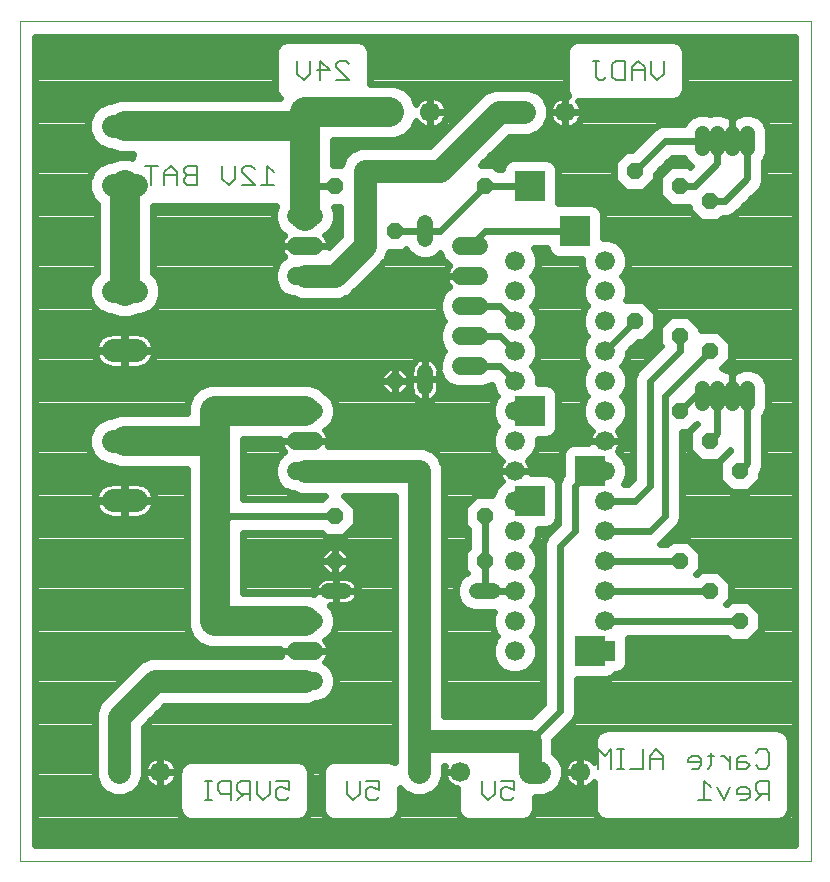
<source format=gtl>
G75*
G70*
%OFA0B0*%
%FSLAX24Y24*%
%IPPOS*%
%LPD*%
%AMOC8*
5,1,8,0,0,1.08239X$1,22.5*
%
%ADD10C,0.0000*%
%ADD11C,0.0060*%
%ADD12C,0.0780*%
%ADD13C,0.0600*%
%ADD14C,0.0669*%
%ADD15C,0.0500*%
%ADD16R,0.0660X0.0660*%
%ADD17C,0.0660*%
%ADD18OC8,0.0520*%
%ADD19C,0.0520*%
%ADD20C,0.0760*%
%ADD21C,0.0240*%
%ADD22C,0.1000*%
%ADD23R,0.1000X0.1000*%
D10*
X000720Y003220D02*
X027090Y003220D01*
X027090Y031216D01*
X000720Y031216D01*
X000720Y003220D01*
D11*
X009263Y005891D02*
X009690Y005891D01*
X009690Y005570D01*
X009476Y005677D01*
X009370Y005677D01*
X009263Y005570D01*
X009263Y005357D01*
X009370Y005250D01*
X009583Y005250D01*
X009690Y005357D01*
X009045Y005891D02*
X009045Y005464D01*
X008832Y005250D01*
X008618Y005464D01*
X008618Y005891D01*
X008401Y005250D02*
X008401Y005891D01*
X008081Y005891D01*
X007974Y005784D01*
X007974Y005570D01*
X008081Y005464D01*
X008401Y005464D01*
X008187Y005464D02*
X007974Y005250D01*
X007756Y005250D02*
X007756Y005891D01*
X007436Y005891D01*
X007329Y005784D01*
X007329Y005570D01*
X007436Y005464D01*
X007756Y005464D01*
X007112Y005250D02*
X006898Y005250D01*
X007005Y005250D02*
X007005Y005891D01*
X007112Y005891D02*
X006898Y005891D01*
X012263Y005891D02*
X012690Y005891D01*
X012690Y005570D01*
X012476Y005677D01*
X012370Y005677D01*
X012263Y005570D01*
X012263Y005357D01*
X012370Y005250D01*
X012583Y005250D01*
X012690Y005357D01*
X012045Y005891D02*
X012045Y005464D01*
X011832Y005250D01*
X011618Y005464D01*
X011618Y005891D01*
X016763Y005891D02*
X017190Y005891D01*
X017190Y005570D01*
X016976Y005677D01*
X016870Y005677D01*
X016763Y005570D01*
X016763Y005357D01*
X016870Y005250D01*
X017083Y005250D01*
X017190Y005357D01*
X016545Y005891D02*
X016545Y005464D01*
X016332Y005250D01*
X016118Y005464D01*
X016118Y005891D01*
X022190Y029891D02*
X022190Y029464D01*
X021976Y029250D01*
X021763Y029464D01*
X021763Y029891D01*
X021545Y029250D02*
X021545Y029677D01*
X021332Y029891D01*
X021118Y029677D01*
X021118Y029250D01*
X021118Y029570D02*
X021545Y029570D01*
X020901Y029891D02*
X020901Y029250D01*
X020581Y029250D01*
X020474Y029357D01*
X020474Y029784D01*
X020581Y029891D01*
X020901Y029891D01*
X020256Y029357D02*
X020150Y029250D01*
X020043Y029250D01*
X019936Y029357D01*
X019936Y029891D01*
X020043Y029891D02*
X019829Y029891D01*
X011263Y029250D02*
X011690Y029250D01*
X011263Y029677D01*
X011263Y029784D01*
X011370Y029891D01*
X011583Y029891D01*
X011690Y029784D01*
X010725Y029250D02*
X010725Y029891D01*
X011045Y029570D01*
X010618Y029570D01*
X010401Y029891D02*
X010401Y029464D01*
X010187Y029250D01*
X009974Y029464D01*
X009974Y029891D01*
X025263Y006834D02*
X025370Y006941D01*
X025583Y006941D01*
X025690Y006834D01*
X025690Y006407D01*
X025583Y006300D01*
X025370Y006300D01*
X025263Y006407D01*
X024939Y006727D02*
X024725Y006727D01*
X024618Y006620D01*
X024618Y006300D01*
X024939Y006300D01*
X025045Y006407D01*
X024939Y006514D01*
X024618Y006514D01*
X024401Y006300D02*
X024401Y006727D01*
X024401Y006514D02*
X024187Y006727D01*
X024081Y006727D01*
X023757Y006834D02*
X023757Y006407D01*
X023650Y006300D01*
X023650Y006727D02*
X023864Y006727D01*
X023114Y006300D02*
X023327Y006300D01*
X023434Y006407D01*
X023434Y006620D01*
X023327Y006727D01*
X023114Y006727D01*
X023007Y006620D01*
X023007Y006514D01*
X023434Y006514D01*
X022145Y006300D02*
X022145Y006727D01*
X021931Y006941D01*
X021718Y006727D01*
X021718Y006300D01*
X021718Y006620D02*
X022145Y006620D01*
X021500Y006941D02*
X021500Y006300D01*
X021073Y006300D01*
X020856Y006300D02*
X020642Y006300D01*
X020749Y006300D02*
X020749Y006941D01*
X020856Y006941D02*
X020642Y006941D01*
X020426Y006300D02*
X020426Y006941D01*
X020213Y006727D01*
X019999Y006941D01*
X019999Y006300D01*
X025690Y005250D02*
X025690Y005891D01*
X025370Y005891D01*
X025263Y005784D01*
X025263Y005570D01*
X025370Y005464D01*
X025690Y005464D01*
X025476Y005464D02*
X025263Y005250D01*
X024725Y005250D02*
X024939Y005250D01*
X025045Y005357D01*
X025045Y005570D01*
X024939Y005677D01*
X024725Y005677D01*
X024618Y005570D01*
X024618Y005464D01*
X025045Y005464D01*
X024401Y005677D02*
X024187Y005250D01*
X023974Y005677D01*
X023756Y005677D02*
X023543Y005891D01*
X023543Y005250D01*
X023756Y005250D02*
X023329Y005250D01*
X009190Y026177D02*
X008976Y026391D01*
X008976Y025750D01*
X008763Y025750D02*
X009190Y025750D01*
X008118Y025750D02*
X008545Y025750D01*
X008118Y026177D01*
X008118Y026284D01*
X008225Y026391D01*
X008439Y026391D01*
X008545Y026284D01*
X007901Y026391D02*
X007901Y025964D01*
X007687Y025750D01*
X007474Y025964D01*
X007474Y026391D01*
X006612Y025750D02*
X006612Y026391D01*
X006292Y026391D01*
X006185Y026284D01*
X006185Y026177D01*
X006292Y026070D01*
X006185Y025964D01*
X006185Y025857D01*
X006292Y025750D01*
X006612Y025750D01*
X006612Y026070D02*
X006292Y026070D01*
X005967Y025750D02*
X005967Y026177D01*
X005754Y026391D01*
X005540Y026177D01*
X005540Y025750D01*
X005540Y026070D02*
X005967Y026070D01*
X005109Y025750D02*
X005109Y026391D01*
X004896Y026391D02*
X005323Y026391D01*
D12*
X004610Y027710D02*
X003830Y027710D01*
X003830Y025740D02*
X004610Y025740D01*
X004610Y022210D02*
X003830Y022210D01*
X003830Y020240D02*
X004610Y020240D01*
X004610Y017210D02*
X003830Y017210D01*
X003830Y015240D02*
X004610Y015240D01*
D13*
X009920Y018220D02*
X010520Y018220D01*
X010520Y017220D02*
X009920Y017220D01*
X009920Y016220D02*
X010520Y016220D01*
X010520Y011220D02*
X009920Y011220D01*
X009920Y010220D02*
X010520Y010220D01*
X010520Y009220D02*
X009920Y009220D01*
X009920Y024720D02*
X010520Y024720D01*
X010520Y023720D02*
X009920Y023720D01*
X009920Y022720D02*
X010520Y022720D01*
X015420Y019720D02*
X016020Y019720D01*
X016020Y020720D02*
X015420Y020720D01*
X015420Y021720D02*
X016020Y021720D01*
X016020Y022720D02*
X015420Y022720D01*
X015420Y023720D02*
X016020Y023720D01*
D14*
X017531Y028181D03*
X018909Y028181D03*
X004031Y006181D03*
X005409Y006181D03*
X018031Y006181D03*
X019409Y006181D03*
X014031Y006181D03*
X015409Y006181D03*
X013031Y028181D03*
X014409Y028181D03*
D15*
X024470Y018970D02*
X024470Y018470D01*
X024970Y018470D02*
X024970Y018970D01*
X023970Y018970D02*
X023970Y018470D01*
X023470Y018470D02*
X023470Y018970D01*
X024470Y026970D02*
X024470Y027470D01*
X024970Y027470D02*
X024970Y026970D01*
X023970Y026970D02*
X023970Y027470D01*
X023470Y027470D02*
X023470Y026970D01*
D16*
X020220Y010220D03*
D17*
X020220Y011220D03*
X020220Y012220D03*
X020220Y013220D03*
X020220Y014220D03*
X020220Y015220D03*
X020220Y016220D03*
X020220Y017220D03*
X020220Y018220D03*
X020220Y019220D03*
X020220Y020220D03*
X020220Y021220D03*
X020220Y022220D03*
X020220Y023220D03*
X017220Y023220D03*
X017220Y022220D03*
X017220Y021220D03*
X017220Y020220D03*
X017220Y019220D03*
X017220Y018220D03*
X017220Y017220D03*
X017220Y016220D03*
X017220Y015220D03*
X017220Y014220D03*
X017220Y013220D03*
X017220Y012220D03*
X017220Y011220D03*
X017220Y010220D03*
D18*
X024720Y011220D03*
X024720Y016220D03*
X023720Y012220D03*
X023720Y017220D03*
X022720Y013220D03*
X022720Y018220D03*
X023720Y020220D03*
X023720Y025220D03*
X022720Y020720D03*
X022720Y025720D03*
X021220Y021220D03*
X021220Y026220D03*
X016220Y025720D03*
X011220Y025720D03*
X016220Y014720D03*
X011220Y014720D03*
X011220Y013220D03*
X016220Y013220D03*
X013220Y019220D03*
X013220Y024220D03*
D19*
X014220Y024480D02*
X014220Y023960D01*
X014220Y019530D02*
X014220Y019010D01*
X015960Y012220D02*
X016480Y012220D01*
X011530Y012220D02*
X011010Y012220D01*
D20*
X010220Y016220D02*
X014031Y016220D01*
X014031Y007220D01*
X014031Y006181D01*
X018031Y006181D02*
X017720Y006181D01*
X017720Y007220D01*
X014031Y007220D01*
X004031Y006181D02*
X004031Y008031D01*
X005220Y009220D01*
X010220Y009220D01*
X012220Y023720D02*
X011220Y022720D01*
X010220Y022720D01*
X017531Y028181D02*
X016681Y028181D01*
X014720Y026220D01*
X012220Y026220D01*
X012220Y023720D01*
D21*
X020220Y016220D02*
X019720Y016220D01*
X019220Y015720D01*
X019220Y014220D01*
X018720Y013720D01*
X018720Y008220D01*
X017720Y007220D01*
X024470Y018720D02*
X024470Y020470D01*
X024470Y027220D02*
X024470Y028470D01*
X008160Y017280D02*
X009403Y017280D01*
X009400Y017261D01*
X009400Y017220D01*
X010220Y017220D01*
X010220Y017220D01*
X009400Y017220D01*
X009400Y017179D01*
X009413Y017098D01*
X009438Y017020D01*
X009475Y016947D01*
X009523Y016881D01*
X009541Y016864D01*
X009501Y016847D01*
X009293Y016639D01*
X009180Y016367D01*
X009180Y016073D01*
X009293Y015801D01*
X009501Y015593D01*
X009773Y015480D01*
X009864Y015480D01*
X010057Y015400D01*
X010910Y015400D01*
X010790Y015280D01*
X008160Y015280D01*
X008160Y017280D01*
X011040Y023720D02*
X010220Y023720D01*
X010220Y023720D01*
X011040Y023720D01*
X011040Y023761D01*
X011027Y023842D01*
X011002Y023920D01*
X010965Y023993D01*
X010917Y024059D01*
X010902Y024073D01*
X010910Y024081D01*
X010939Y024093D01*
X011147Y024301D01*
X011260Y024573D01*
X011260Y024867D01*
X011197Y025020D01*
X011400Y025020D01*
X011400Y024060D01*
X011040Y023700D01*
X011040Y023720D01*
X026570Y030696D02*
X026570Y003740D01*
X001240Y003740D01*
X001240Y030696D01*
X026570Y030696D01*
X023010Y026420D02*
X022430Y026420D01*
X022020Y026010D01*
X022020Y025430D01*
X022430Y025020D01*
X023010Y025020D01*
X023020Y025030D01*
X023020Y024930D01*
X023430Y024520D01*
X024010Y024520D01*
X024150Y024660D01*
X024331Y024660D01*
X024537Y024745D01*
X024695Y024903D01*
X025445Y025653D01*
X025530Y025859D01*
X025530Y026554D01*
X025555Y026579D01*
X025660Y026833D01*
X025660Y027607D01*
X025555Y027861D01*
X025361Y028055D01*
X025107Y028160D01*
X024833Y028160D01*
X024579Y028055D01*
X024470Y027946D01*
X024361Y028055D01*
X024107Y028160D01*
X023833Y028160D01*
X023720Y028113D01*
X023607Y028160D01*
X023333Y028160D01*
X023079Y028055D01*
X022885Y027861D01*
X022852Y027780D01*
X022109Y027780D01*
X021903Y027695D01*
X021745Y027537D01*
X021128Y026920D01*
X020930Y026920D01*
X020520Y026510D01*
X020520Y025930D01*
X020930Y025520D01*
X021510Y025520D01*
X021920Y025930D01*
X021920Y026128D01*
X022452Y026660D01*
X022852Y026660D01*
X022885Y026579D01*
X023079Y026385D01*
X023089Y026381D01*
X023069Y026361D01*
X023010Y026420D01*
X019365Y005626D02*
X019409Y005626D01*
X019409Y006181D01*
X019409Y006181D01*
X019409Y005626D01*
X019453Y005626D01*
X019539Y005640D01*
X019622Y005667D01*
X019700Y005706D01*
X019770Y005758D01*
X019832Y005819D01*
X019860Y005858D01*
X019860Y004969D01*
X019863Y004935D01*
X019868Y004901D01*
X019876Y004867D01*
X019887Y004834D01*
X019900Y004802D01*
X019916Y004772D01*
X019934Y004742D01*
X019954Y004714D01*
X019976Y004688D01*
X020001Y004663D01*
X020027Y004641D01*
X020055Y004621D01*
X020085Y004602D01*
X020115Y004587D01*
X020147Y004574D01*
X020180Y004563D01*
X020214Y004555D01*
X020248Y004549D01*
X020283Y004547D01*
X025971Y004547D01*
X026005Y004549D01*
X026039Y004555D01*
X026073Y004563D01*
X026106Y004574D01*
X026138Y004587D01*
X026168Y004602D01*
X026198Y004621D01*
X026226Y004641D01*
X026252Y004663D01*
X026277Y004688D01*
X026299Y004714D01*
X026319Y004742D01*
X026338Y004772D01*
X026353Y004802D01*
X026366Y004834D01*
X026377Y004867D01*
X026385Y004901D01*
X026391Y004935D01*
X026393Y004969D01*
X026393Y007221D01*
X026391Y007255D01*
X026385Y007289D01*
X026377Y007323D01*
X026366Y007356D01*
X026353Y007388D01*
X026338Y007418D01*
X026319Y007448D01*
X026299Y007476D01*
X026277Y007502D01*
X026252Y007527D01*
X026226Y007549D01*
X026198Y007569D01*
X026168Y007588D01*
X026138Y007603D01*
X026106Y007616D01*
X026073Y007627D01*
X026039Y007635D01*
X026005Y007641D01*
X025971Y007643D01*
X020283Y007643D01*
X020248Y007641D01*
X020214Y007635D01*
X020180Y007627D01*
X020147Y007616D01*
X020115Y007603D01*
X020085Y007588D01*
X020055Y007569D01*
X020027Y007549D01*
X020001Y007527D01*
X019976Y007502D01*
X019954Y007476D01*
X019934Y007448D01*
X019916Y007418D01*
X019900Y007388D01*
X019887Y007356D01*
X019876Y007323D01*
X019868Y007289D01*
X019863Y007255D01*
X019860Y007221D01*
X019860Y006504D01*
X019832Y006542D01*
X019770Y006604D01*
X019700Y006655D01*
X019622Y006695D01*
X019539Y006722D01*
X019453Y006735D01*
X019409Y006735D01*
X019409Y006181D01*
X019409Y006181D01*
X019409Y006735D01*
X019365Y006735D01*
X019279Y006722D01*
X019196Y006695D01*
X019118Y006655D01*
X019048Y006604D01*
X018986Y006542D01*
X018935Y006471D01*
X018895Y006394D01*
X018868Y006311D01*
X018854Y006224D01*
X018854Y006181D01*
X019409Y006181D01*
X019409Y006181D01*
X018854Y006181D01*
X018854Y006137D01*
X018868Y006051D01*
X018895Y005968D01*
X018935Y005890D01*
X018986Y005819D01*
X019048Y005758D01*
X019118Y005706D01*
X019196Y005667D01*
X019279Y005640D01*
X019365Y005626D01*
X005365Y005626D02*
X005409Y005626D01*
X005409Y006181D01*
X005409Y006181D01*
X005409Y005626D01*
X005453Y005626D01*
X005539Y005640D01*
X005622Y005667D01*
X005700Y005706D01*
X005770Y005758D01*
X005832Y005819D01*
X005883Y005890D01*
X005923Y005968D01*
X005950Y006051D01*
X005964Y006137D01*
X005964Y006181D01*
X005409Y006181D01*
X005409Y006181D01*
X005964Y006181D01*
X005964Y006224D01*
X005950Y006311D01*
X005923Y006394D01*
X005883Y006471D01*
X005832Y006542D01*
X005770Y006604D01*
X005700Y006655D01*
X005622Y006695D01*
X005539Y006722D01*
X005453Y006735D01*
X005409Y006735D01*
X005409Y006181D01*
X005409Y006181D01*
X005409Y006735D01*
X005365Y006735D01*
X005279Y006722D01*
X005196Y006695D01*
X005118Y006655D01*
X005048Y006604D01*
X004986Y006542D01*
X004935Y006471D01*
X004895Y006394D01*
X004868Y006311D01*
X004854Y006224D01*
X004854Y006181D01*
X005409Y006181D01*
X005409Y006181D01*
X004854Y006181D01*
X004854Y006137D01*
X004868Y006051D01*
X004895Y005968D01*
X004935Y005890D01*
X004986Y005819D01*
X005048Y005758D01*
X005118Y005706D01*
X005196Y005667D01*
X005279Y005640D01*
X005365Y005626D01*
X005220Y015192D02*
X005220Y015230D01*
X004230Y015230D01*
X004230Y015250D01*
X005220Y015250D01*
X005220Y015288D01*
X005205Y015383D01*
X005175Y015474D01*
X005132Y015560D01*
X005075Y015637D01*
X005007Y015705D01*
X004930Y015762D01*
X004844Y015805D01*
X004753Y015835D01*
X004658Y015850D01*
X004230Y015850D01*
X004230Y015250D01*
X004210Y015250D01*
X004210Y015850D01*
X003782Y015850D01*
X003687Y015835D01*
X003596Y015805D01*
X003510Y015762D01*
X003433Y015705D01*
X003365Y015637D01*
X003308Y015560D01*
X003265Y015474D01*
X003235Y015383D01*
X003220Y015288D01*
X003220Y015250D01*
X004210Y015250D01*
X004210Y015230D01*
X003220Y015230D01*
X003220Y015192D01*
X003235Y015097D01*
X003265Y015006D01*
X003308Y014920D01*
X003365Y014843D01*
X003433Y014775D01*
X003510Y014718D01*
X003596Y014675D01*
X003687Y014645D01*
X003782Y014630D01*
X004210Y014630D01*
X004210Y015230D01*
X004230Y015230D01*
X004230Y014630D01*
X004658Y014630D01*
X004753Y014645D01*
X004844Y014675D01*
X004930Y014718D01*
X005007Y014775D01*
X005075Y014843D01*
X005132Y014920D01*
X005175Y015006D01*
X005205Y015097D01*
X005220Y015192D01*
X006010Y006171D02*
X006010Y004969D01*
X006013Y004935D01*
X006019Y004901D01*
X006027Y004867D01*
X006037Y004834D01*
X006051Y004802D01*
X006066Y004772D01*
X006084Y004742D01*
X006105Y004714D01*
X006127Y004688D01*
X006152Y004663D01*
X006178Y004641D01*
X006206Y004621D01*
X006235Y004602D01*
X006266Y004587D01*
X006298Y004574D01*
X006331Y004563D01*
X006365Y004555D01*
X006399Y004549D01*
X006433Y004547D01*
X009971Y004547D01*
X010005Y004549D01*
X010039Y004555D01*
X010073Y004563D01*
X010106Y004574D01*
X010138Y004587D01*
X010168Y004602D01*
X010198Y004621D01*
X010226Y004641D01*
X010252Y004663D01*
X010277Y004688D01*
X010299Y004714D01*
X010319Y004742D01*
X010338Y004772D01*
X010353Y004802D01*
X010366Y004834D01*
X010377Y004867D01*
X010385Y004901D01*
X010391Y004935D01*
X010393Y004969D01*
X010393Y006171D01*
X010391Y006205D01*
X010385Y006239D01*
X010377Y006273D01*
X010366Y006306D01*
X010353Y006338D01*
X010338Y006368D01*
X010319Y006398D01*
X010299Y006426D01*
X010277Y006452D01*
X010252Y006477D01*
X010226Y006499D01*
X010198Y006519D01*
X010168Y006538D01*
X010138Y006553D01*
X010106Y006566D01*
X010073Y006577D01*
X010039Y006585D01*
X010005Y006591D01*
X009971Y006593D01*
X006433Y006593D01*
X006399Y006591D01*
X006365Y006585D01*
X006331Y006577D01*
X006298Y006566D01*
X006266Y006553D01*
X006235Y006538D01*
X006206Y006519D01*
X006178Y006499D01*
X006152Y006477D01*
X006127Y006452D01*
X006105Y006426D01*
X006084Y006398D01*
X006066Y006368D01*
X006051Y006338D01*
X006037Y006306D01*
X006027Y006273D01*
X006019Y006239D01*
X006013Y006205D01*
X006010Y006171D01*
X005220Y020192D02*
X005220Y020230D01*
X004230Y020230D01*
X004230Y020250D01*
X005220Y020250D01*
X005220Y020288D01*
X005205Y020383D01*
X005175Y020474D01*
X005132Y020560D01*
X005075Y020637D01*
X005007Y020705D01*
X004930Y020762D01*
X004844Y020805D01*
X004753Y020835D01*
X004658Y020850D01*
X004230Y020850D01*
X004230Y020250D01*
X004210Y020250D01*
X004210Y020850D01*
X003782Y020850D01*
X003687Y020835D01*
X003596Y020805D01*
X003510Y020762D01*
X003433Y020705D01*
X003365Y020637D01*
X003308Y020560D01*
X003265Y020474D01*
X003235Y020383D01*
X003220Y020288D01*
X003220Y020250D01*
X004210Y020250D01*
X004210Y020230D01*
X003220Y020230D01*
X003220Y020192D01*
X003235Y020097D01*
X003265Y020006D01*
X003308Y019920D01*
X003365Y019843D01*
X003433Y019775D01*
X003510Y019718D01*
X003596Y019675D01*
X003687Y019645D01*
X003782Y019630D01*
X004210Y019630D01*
X004210Y020230D01*
X004230Y020230D01*
X004230Y019630D01*
X004658Y019630D01*
X004753Y019645D01*
X004844Y019675D01*
X004930Y019718D01*
X005007Y019775D01*
X005075Y019843D01*
X005132Y019920D01*
X005175Y020006D01*
X005205Y020097D01*
X005220Y020192D01*
X018865Y027626D02*
X018909Y027626D01*
X018909Y028181D01*
X018909Y028181D01*
X018909Y027626D01*
X018953Y027626D01*
X019039Y027640D01*
X019122Y027667D01*
X019200Y027706D01*
X019270Y027758D01*
X019332Y027819D01*
X019383Y027890D01*
X019423Y027968D01*
X019450Y028051D01*
X019464Y028137D01*
X019464Y028181D01*
X018909Y028181D01*
X018909Y028181D01*
X019464Y028181D01*
X019464Y028224D01*
X019450Y028311D01*
X019423Y028394D01*
X019383Y028471D01*
X019332Y028542D01*
X019326Y028548D01*
X019341Y028547D01*
X022471Y028547D01*
X022505Y028549D01*
X022539Y028555D01*
X022573Y028563D01*
X022606Y028574D01*
X022638Y028587D01*
X022668Y028602D01*
X022698Y028621D01*
X022726Y028641D01*
X022752Y028663D01*
X022777Y028688D01*
X022799Y028714D01*
X022819Y028742D01*
X022838Y028772D01*
X022853Y028802D01*
X022866Y028834D01*
X022877Y028867D01*
X022885Y028901D01*
X022891Y028935D01*
X022893Y028969D01*
X022893Y030171D01*
X022891Y030205D01*
X022885Y030239D01*
X022877Y030273D01*
X022866Y030306D01*
X022853Y030338D01*
X022838Y030368D01*
X022819Y030398D01*
X022799Y030426D01*
X022777Y030452D01*
X022752Y030477D01*
X022726Y030499D01*
X022698Y030519D01*
X022668Y030538D01*
X022638Y030553D01*
X022606Y030566D01*
X022573Y030577D01*
X022539Y030585D01*
X022505Y030591D01*
X022471Y030593D01*
X019341Y030593D01*
X019306Y030591D01*
X019272Y030585D01*
X019239Y030577D01*
X019206Y030566D01*
X019174Y030553D01*
X019143Y030538D01*
X019113Y030519D01*
X019085Y030499D01*
X019059Y030477D01*
X019035Y030452D01*
X019012Y030426D01*
X018992Y030398D01*
X018974Y030368D01*
X018958Y030338D01*
X018945Y030306D01*
X018934Y030273D01*
X018926Y030239D01*
X018921Y030205D01*
X018918Y030171D01*
X018918Y028969D01*
X018921Y028935D01*
X018926Y028901D01*
X018934Y028867D01*
X018945Y028834D01*
X018958Y028802D01*
X018974Y028772D01*
X018992Y028742D01*
X019003Y028727D01*
X018953Y028735D01*
X018909Y028735D01*
X018909Y028181D01*
X018909Y028181D01*
X018909Y028735D01*
X018865Y028735D01*
X018779Y028722D01*
X018696Y028695D01*
X018618Y028655D01*
X018548Y028604D01*
X018486Y028542D01*
X018435Y028471D01*
X018395Y028394D01*
X018368Y028311D01*
X018354Y028224D01*
X018354Y028181D01*
X018909Y028181D01*
X018909Y028181D01*
X018354Y028181D01*
X018354Y028137D01*
X018368Y028051D01*
X018395Y027968D01*
X018435Y027890D01*
X018486Y027819D01*
X018548Y027758D01*
X018618Y027706D01*
X018696Y027667D01*
X018779Y027640D01*
X018865Y027626D01*
X011220Y013700D02*
X011220Y013220D01*
X011220Y013220D01*
X011220Y013700D01*
X011021Y013700D01*
X010740Y013419D01*
X010740Y013220D01*
X011220Y013220D01*
X011220Y013220D01*
X010740Y013220D01*
X010740Y013021D01*
X011021Y012740D01*
X011220Y012740D01*
X011220Y013220D01*
X011220Y013220D01*
X011220Y012740D01*
X011419Y012740D01*
X011700Y013021D01*
X011700Y013220D01*
X011220Y013220D01*
X011220Y013220D01*
X011700Y013220D01*
X011700Y013419D01*
X011419Y013700D01*
X011220Y013700D01*
X013021Y018740D02*
X013220Y018740D01*
X013220Y019220D01*
X013220Y019220D01*
X013220Y018740D01*
X013419Y018740D01*
X013700Y019021D01*
X013700Y019220D01*
X013220Y019220D01*
X013220Y019220D01*
X013700Y019220D01*
X013700Y019419D01*
X013419Y019700D01*
X013220Y019700D01*
X013220Y019220D01*
X013220Y019220D01*
X013220Y019700D01*
X013021Y019700D01*
X012740Y019419D01*
X012740Y019220D01*
X013220Y019220D01*
X013220Y019220D01*
X012740Y019220D01*
X012740Y019021D01*
X013021Y018740D01*
X010530Y012258D02*
X010530Y012220D01*
X011270Y012220D01*
X011270Y012220D01*
X010530Y012220D01*
X010530Y012182D01*
X010542Y012108D01*
X010543Y012104D01*
X010407Y012160D01*
X008160Y012160D01*
X008160Y014160D01*
X010790Y014160D01*
X010930Y014020D01*
X011510Y014020D01*
X011920Y014430D01*
X011920Y015010D01*
X011530Y015400D01*
X013211Y015400D01*
X013211Y006510D01*
X013198Y006519D01*
X013168Y006538D01*
X013138Y006553D01*
X013106Y006566D01*
X013073Y006577D01*
X013039Y006585D01*
X013005Y006591D01*
X012971Y006593D01*
X011208Y006593D01*
X011173Y006591D01*
X011139Y006585D01*
X011106Y006577D01*
X011073Y006566D01*
X011041Y006553D01*
X011010Y006538D01*
X010980Y006519D01*
X010952Y006499D01*
X010926Y006477D01*
X010902Y006452D01*
X010879Y006426D01*
X010859Y006398D01*
X010841Y006368D01*
X010825Y006338D01*
X010812Y006306D01*
X010801Y006273D01*
X010793Y006239D01*
X010788Y006205D01*
X010785Y006171D01*
X010785Y004969D01*
X010788Y004935D01*
X010793Y004901D01*
X010801Y004867D01*
X010812Y004834D01*
X010825Y004802D01*
X010841Y004772D01*
X010859Y004742D01*
X010879Y004714D01*
X010902Y004688D01*
X010926Y004663D01*
X010952Y004641D01*
X010980Y004621D01*
X011010Y004602D01*
X011041Y004587D01*
X011073Y004574D01*
X011106Y004563D01*
X011139Y004555D01*
X011173Y004549D01*
X011208Y004547D01*
X012971Y004547D01*
X013005Y004549D01*
X013039Y004555D01*
X013073Y004563D01*
X013106Y004574D01*
X013138Y004587D01*
X013168Y004602D01*
X013198Y004621D01*
X013226Y004641D01*
X013252Y004663D01*
X013277Y004688D01*
X013299Y004714D01*
X013319Y004742D01*
X013338Y004772D01*
X013353Y004802D01*
X013366Y004834D01*
X013377Y004867D01*
X013385Y004901D01*
X013391Y004935D01*
X013393Y004969D01*
X013393Y005659D01*
X013567Y005485D01*
X013868Y005361D01*
X014194Y005361D01*
X014496Y005485D01*
X014726Y005716D01*
X014851Y006018D01*
X014851Y006400D01*
X014898Y006400D01*
X014895Y006394D01*
X014868Y006311D01*
X014854Y006224D01*
X014854Y006181D01*
X015286Y006181D01*
X015286Y006181D01*
X014854Y006181D01*
X014854Y006137D01*
X014868Y006051D01*
X014895Y005968D01*
X014935Y005890D01*
X014986Y005819D01*
X015048Y005758D01*
X015118Y005706D01*
X015196Y005667D01*
X015279Y005640D01*
X015285Y005639D01*
X015285Y004969D01*
X015288Y004935D01*
X015293Y004901D01*
X015301Y004867D01*
X015312Y004834D01*
X015325Y004802D01*
X015341Y004772D01*
X015359Y004742D01*
X015379Y004714D01*
X015402Y004688D01*
X015426Y004663D01*
X015452Y004641D01*
X015480Y004621D01*
X015510Y004602D01*
X015541Y004587D01*
X015573Y004574D01*
X015606Y004563D01*
X015639Y004555D01*
X015673Y004549D01*
X015708Y004547D01*
X017471Y004547D01*
X017505Y004549D01*
X017539Y004555D01*
X017573Y004563D01*
X017606Y004574D01*
X017638Y004587D01*
X017668Y004602D01*
X017698Y004621D01*
X017726Y004641D01*
X017752Y004663D01*
X017777Y004688D01*
X017799Y004714D01*
X017819Y004742D01*
X017838Y004772D01*
X017853Y004802D01*
X017866Y004834D01*
X017877Y004867D01*
X017885Y004901D01*
X017891Y004935D01*
X017893Y004969D01*
X017893Y005361D01*
X018194Y005361D01*
X018496Y005485D01*
X018726Y005716D01*
X018851Y006018D01*
X018851Y006344D01*
X018726Y006645D01*
X018540Y006831D01*
X018540Y007248D01*
X019195Y007903D01*
X019280Y008109D01*
X019280Y009280D01*
X020308Y009280D01*
X020469Y009347D01*
X020572Y009450D01*
X020638Y009450D01*
X020799Y009517D01*
X020923Y009641D01*
X020990Y009802D01*
X020990Y010638D01*
X020981Y010660D01*
X024290Y010660D01*
X024430Y010520D01*
X025010Y010520D01*
X025420Y010930D01*
X025420Y011510D01*
X025010Y011920D01*
X024430Y011920D01*
X024290Y011780D01*
X024270Y011780D01*
X024420Y011930D01*
X024420Y012510D01*
X024010Y012920D01*
X023430Y012920D01*
X023290Y012780D01*
X023270Y012780D01*
X023420Y012930D01*
X023420Y013510D01*
X023010Y013920D01*
X022430Y013920D01*
X022290Y013780D01*
X022072Y013780D01*
X022537Y014245D01*
X022695Y014403D01*
X022780Y014609D01*
X022780Y017520D01*
X023010Y017520D01*
X023288Y017798D01*
X023303Y017793D01*
X023020Y017510D01*
X023020Y016930D01*
X023430Y016520D01*
X024010Y016520D01*
X024410Y016920D01*
X024410Y016900D01*
X024020Y016510D01*
X024020Y015930D01*
X024430Y015520D01*
X025010Y015520D01*
X025420Y015930D01*
X025420Y016128D01*
X025445Y016153D01*
X025530Y016359D01*
X025530Y018054D01*
X025555Y018079D01*
X025660Y018333D01*
X025660Y019107D01*
X025555Y019361D01*
X025361Y019555D01*
X025107Y019660D01*
X024833Y019660D01*
X024579Y019555D01*
X024470Y019446D01*
X024361Y019555D01*
X024137Y019647D01*
X024420Y019930D01*
X024420Y020510D01*
X024010Y020920D01*
X023430Y020920D01*
X023420Y020910D01*
X023420Y021010D01*
X023010Y021420D01*
X022430Y021420D01*
X022020Y021010D01*
X022020Y020430D01*
X022079Y020371D01*
X021245Y019537D01*
X021160Y019331D01*
X021160Y015952D01*
X020988Y015780D01*
X020869Y015780D01*
X020873Y015784D01*
X020990Y016067D01*
X020990Y016373D01*
X020873Y016656D01*
X020656Y016873D01*
X020650Y016876D01*
X020690Y016932D01*
X020730Y017009D01*
X020756Y017091D01*
X020770Y017177D01*
X020770Y017220D01*
X020220Y017220D01*
X020220Y017220D01*
X020770Y017220D01*
X020770Y017263D01*
X020756Y017349D01*
X020730Y017431D01*
X020690Y017508D01*
X020650Y017564D01*
X020656Y017567D01*
X020873Y017784D01*
X020990Y018067D01*
X020990Y018373D01*
X020873Y018656D01*
X020809Y018720D01*
X020873Y018784D01*
X020990Y019067D01*
X020990Y019373D01*
X020873Y019656D01*
X020809Y019720D01*
X020873Y019784D01*
X020990Y020067D01*
X020990Y020198D01*
X021312Y020520D01*
X021510Y020520D01*
X021920Y020930D01*
X021920Y021510D01*
X021510Y021920D01*
X020930Y021920D01*
X020929Y021919D01*
X020990Y022067D01*
X020990Y022373D01*
X020873Y022656D01*
X020809Y022720D01*
X020873Y022784D01*
X020990Y023067D01*
X020990Y023373D01*
X020873Y023656D01*
X020656Y023873D01*
X020373Y023990D01*
X020160Y023990D01*
X020160Y024808D01*
X020093Y024969D01*
X019969Y025093D01*
X019808Y025160D01*
X018660Y025160D01*
X018660Y026308D01*
X018593Y026469D01*
X018469Y026593D01*
X018308Y026660D01*
X017132Y026660D01*
X016971Y026593D01*
X016847Y026469D01*
X016780Y026308D01*
X016780Y026280D01*
X016650Y026280D01*
X016510Y026420D01*
X016080Y026420D01*
X017020Y027361D01*
X017694Y027361D01*
X017996Y027485D01*
X018226Y027716D01*
X018351Y028018D01*
X018351Y028344D01*
X018226Y028645D01*
X017996Y028876D01*
X017694Y029001D01*
X016518Y029001D01*
X016216Y028876D01*
X014380Y027040D01*
X012057Y027040D01*
X011756Y026915D01*
X011525Y026684D01*
X011415Y026420D01*
X011160Y026420D01*
X011160Y027241D01*
X013218Y027241D01*
X013563Y027384D01*
X013828Y027648D01*
X013931Y027897D01*
X013935Y027890D01*
X013986Y027819D01*
X014048Y027758D01*
X014118Y027706D01*
X014196Y027667D01*
X014279Y027640D01*
X014365Y027626D01*
X014409Y027626D01*
X014409Y028181D01*
X014409Y028181D01*
X014409Y027626D01*
X014453Y027626D01*
X014539Y027640D01*
X014622Y027667D01*
X014700Y027706D01*
X014770Y027758D01*
X014832Y027819D01*
X014883Y027890D01*
X014923Y027968D01*
X014950Y028051D01*
X014964Y028137D01*
X014964Y028181D01*
X014409Y028181D01*
X014409Y028181D01*
X014964Y028181D01*
X014964Y028224D01*
X014950Y028311D01*
X014923Y028394D01*
X014883Y028471D01*
X014832Y028542D01*
X014770Y028604D01*
X014700Y028655D01*
X014622Y028695D01*
X014539Y028722D01*
X014453Y028735D01*
X014409Y028735D01*
X014409Y028181D01*
X014409Y028181D01*
X014409Y028735D01*
X014365Y028735D01*
X014279Y028722D01*
X014196Y028695D01*
X014118Y028655D01*
X014048Y028604D01*
X013986Y028542D01*
X013935Y028471D01*
X013931Y028464D01*
X013828Y028713D01*
X013563Y028978D01*
X013218Y029121D01*
X012393Y029121D01*
X012393Y030171D01*
X012391Y030205D01*
X012385Y030239D01*
X012377Y030273D01*
X012366Y030306D01*
X012353Y030338D01*
X012338Y030368D01*
X012319Y030398D01*
X012299Y030426D01*
X012277Y030452D01*
X012252Y030477D01*
X012226Y030499D01*
X012198Y030519D01*
X012168Y030538D01*
X012138Y030553D01*
X012106Y030566D01*
X012073Y030577D01*
X012039Y030585D01*
X012005Y030591D01*
X011971Y030593D01*
X009649Y030593D01*
X009615Y030591D01*
X009580Y030585D01*
X009547Y030577D01*
X009514Y030566D01*
X009482Y030553D01*
X009451Y030538D01*
X009422Y030519D01*
X009394Y030499D01*
X009367Y030477D01*
X009343Y030452D01*
X009321Y030426D01*
X009300Y030398D01*
X009282Y030368D01*
X009266Y030338D01*
X009253Y030306D01*
X009243Y030273D01*
X009234Y030239D01*
X009229Y030205D01*
X009226Y030171D01*
X009226Y028969D01*
X009229Y028935D01*
X009234Y028901D01*
X009243Y028867D01*
X009253Y028834D01*
X009266Y028802D01*
X009282Y028772D01*
X009300Y028742D01*
X009321Y028714D01*
X009343Y028688D01*
X009367Y028663D01*
X009383Y028650D01*
X004033Y028650D01*
X003767Y028540D01*
X003665Y028540D01*
X003360Y028414D01*
X003126Y028180D01*
X003000Y027875D01*
X003000Y027545D01*
X003126Y027240D01*
X003360Y027006D01*
X003665Y026880D01*
X003767Y026880D01*
X004033Y026770D01*
X004486Y026770D01*
X004478Y026739D01*
X004473Y026705D01*
X004470Y026671D01*
X004470Y026654D01*
X004407Y026680D01*
X004033Y026680D01*
X003767Y026570D01*
X003665Y026570D01*
X003360Y026444D01*
X003126Y026210D01*
X003000Y025905D01*
X003000Y025575D01*
X003126Y025270D01*
X003280Y025116D01*
X003280Y022834D01*
X003126Y022680D01*
X003000Y022375D01*
X003000Y022045D01*
X003126Y021740D01*
X003360Y021506D01*
X003665Y021380D01*
X003767Y021380D01*
X004033Y021270D01*
X004407Y021270D01*
X004673Y021380D01*
X004775Y021380D01*
X005080Y021506D01*
X005314Y021740D01*
X005440Y022045D01*
X005440Y022375D01*
X005314Y022680D01*
X005160Y022834D01*
X005160Y025047D01*
X009254Y025047D01*
X009180Y024867D01*
X009180Y024573D01*
X009293Y024301D01*
X009501Y024093D01*
X009530Y024081D01*
X009538Y024073D01*
X009523Y024059D01*
X009475Y023993D01*
X009438Y023920D01*
X009413Y023842D01*
X009400Y023761D01*
X009400Y023720D01*
X010220Y023720D01*
X010220Y023720D01*
X009400Y023720D01*
X009400Y023679D01*
X009413Y023598D01*
X009438Y023520D01*
X009475Y023447D01*
X009523Y023381D01*
X009541Y023364D01*
X009501Y023347D01*
X009293Y023139D01*
X009180Y022867D01*
X009180Y022573D01*
X009293Y022301D01*
X009501Y022093D01*
X009773Y021980D01*
X009864Y021980D01*
X010057Y021900D01*
X011383Y021900D01*
X011684Y022025D01*
X011915Y022256D01*
X012684Y023025D01*
X012684Y023025D01*
X012915Y023256D01*
X013025Y023520D01*
X013510Y023520D01*
X013605Y023615D01*
X013627Y023563D01*
X013823Y023367D01*
X014081Y023260D01*
X014359Y023260D01*
X014617Y023367D01*
X014722Y023472D01*
X014793Y023301D01*
X015001Y023093D01*
X015041Y023076D01*
X015023Y023059D01*
X014975Y022993D01*
X014938Y022920D01*
X014913Y022842D01*
X014900Y022761D01*
X014900Y022720D01*
X015720Y022720D01*
X015720Y022720D01*
X014900Y022720D01*
X014900Y022679D01*
X014913Y022598D01*
X014938Y022520D01*
X014975Y022447D01*
X015023Y022381D01*
X015041Y022364D01*
X015001Y022347D01*
X014793Y022139D01*
X014680Y021867D01*
X014680Y021573D01*
X014793Y021301D01*
X014873Y021220D01*
X014793Y021139D01*
X014680Y020867D01*
X014680Y020573D01*
X014793Y020301D01*
X014873Y020220D01*
X014793Y020139D01*
X014680Y019867D01*
X014680Y019668D01*
X014665Y019714D01*
X014631Y019782D01*
X014586Y019843D01*
X014533Y019896D01*
X014472Y019941D01*
X014404Y019975D01*
X014332Y019998D01*
X014258Y020010D01*
X014220Y020010D01*
X014220Y019270D01*
X014220Y019270D01*
X014220Y020010D01*
X014182Y020010D01*
X014108Y019998D01*
X014036Y019975D01*
X013968Y019941D01*
X013907Y019896D01*
X013854Y019843D01*
X013809Y019782D01*
X013775Y019714D01*
X013752Y019642D01*
X013740Y019568D01*
X013740Y019270D01*
X014220Y019270D01*
X014220Y019270D01*
X013740Y019270D01*
X013740Y018972D01*
X013752Y018898D01*
X013775Y018826D01*
X013809Y018758D01*
X013854Y018697D01*
X013907Y018644D01*
X013968Y018599D01*
X014036Y018565D01*
X014108Y018542D01*
X014182Y018530D01*
X014220Y018530D01*
X014220Y019270D01*
X014220Y019270D01*
X014220Y018530D01*
X014258Y018530D01*
X014332Y018542D01*
X014404Y018565D01*
X014472Y018599D01*
X014533Y018644D01*
X014586Y018697D01*
X014631Y018758D01*
X014665Y018826D01*
X014688Y018898D01*
X014700Y018972D01*
X014700Y019270D01*
X014220Y019270D01*
X014220Y019270D01*
X014700Y019270D01*
X014700Y019525D01*
X014793Y019301D01*
X015001Y019093D01*
X015273Y018980D01*
X016167Y018980D01*
X016439Y019093D01*
X016450Y019103D01*
X016450Y019067D01*
X016567Y018784D01*
X016631Y018720D01*
X016567Y018656D01*
X016450Y018373D01*
X016450Y018067D01*
X016567Y017784D01*
X016631Y017720D01*
X016567Y017656D01*
X016450Y017373D01*
X016450Y017067D01*
X016567Y016784D01*
X016784Y016567D01*
X016790Y016564D01*
X016750Y016508D01*
X016710Y016431D01*
X016684Y016349D01*
X016670Y016263D01*
X016670Y016220D01*
X017220Y016220D01*
X017220Y016220D01*
X016670Y016220D01*
X016670Y016177D01*
X016684Y016091D01*
X016710Y016009D01*
X016750Y015932D01*
X016790Y015876D01*
X016784Y015873D01*
X016567Y015656D01*
X016469Y015420D01*
X015930Y015420D01*
X015520Y015010D01*
X015520Y014430D01*
X015660Y014290D01*
X015660Y013650D01*
X015520Y013510D01*
X015520Y012930D01*
X015615Y012835D01*
X015563Y012813D01*
X015367Y012617D01*
X015260Y012359D01*
X015260Y012081D01*
X015367Y011823D01*
X015563Y011627D01*
X015821Y011520D01*
X016511Y011520D01*
X016450Y011373D01*
X016450Y011067D01*
X016567Y010784D01*
X016631Y010720D01*
X016567Y010656D01*
X016450Y010373D01*
X016450Y010067D01*
X016567Y009784D01*
X016784Y009567D01*
X017067Y009450D01*
X017373Y009450D01*
X017656Y009567D01*
X017873Y009784D01*
X017990Y010067D01*
X017990Y010373D01*
X017873Y010656D01*
X017809Y010720D01*
X017873Y010784D01*
X017990Y011067D01*
X017990Y011373D01*
X017873Y011656D01*
X017809Y011720D01*
X017873Y011784D01*
X017990Y012067D01*
X017990Y012373D01*
X017873Y012656D01*
X017809Y012720D01*
X017873Y012784D01*
X017990Y013067D01*
X017990Y013373D01*
X017873Y013656D01*
X017809Y013720D01*
X017873Y013784D01*
X017990Y014067D01*
X017990Y014280D01*
X018308Y014280D01*
X018469Y014347D01*
X018593Y014471D01*
X018660Y014632D01*
X018660Y015808D01*
X018593Y015969D01*
X018469Y016093D01*
X018308Y016160D01*
X017767Y016160D01*
X017770Y016177D01*
X017770Y016220D01*
X017220Y016220D01*
X017220Y016220D01*
X017770Y016220D01*
X017770Y016263D01*
X017756Y016349D01*
X017730Y016431D01*
X017690Y016508D01*
X017650Y016564D01*
X017656Y016567D01*
X017873Y016784D01*
X017990Y017067D01*
X017990Y017280D01*
X018308Y017280D01*
X018469Y017347D01*
X018593Y017471D01*
X018660Y017632D01*
X018660Y018808D01*
X018593Y018969D01*
X018469Y019093D01*
X018308Y019160D01*
X017990Y019160D01*
X017990Y019373D01*
X017873Y019656D01*
X017809Y019720D01*
X017873Y019784D01*
X017990Y020067D01*
X017990Y020373D01*
X017873Y020656D01*
X017809Y020720D01*
X017873Y020784D01*
X017990Y021067D01*
X017990Y021373D01*
X017873Y021656D01*
X017809Y021720D01*
X017873Y021784D01*
X017990Y022067D01*
X017990Y022373D01*
X017873Y022656D01*
X017809Y022720D01*
X017873Y022784D01*
X017990Y023067D01*
X017990Y023373D01*
X017873Y023656D01*
X017869Y023660D01*
X018280Y023660D01*
X018280Y023632D01*
X018347Y023471D01*
X018471Y023347D01*
X018632Y023280D01*
X019450Y023280D01*
X019450Y023067D01*
X019567Y022784D01*
X019631Y022720D01*
X019567Y022656D01*
X019450Y022373D01*
X019450Y022067D01*
X019567Y021784D01*
X019631Y021720D01*
X019567Y021656D01*
X019450Y021373D01*
X019450Y021067D01*
X019567Y020784D01*
X019631Y020720D01*
X019567Y020656D01*
X019450Y020373D01*
X019450Y020067D01*
X019567Y019784D01*
X019631Y019720D01*
X019567Y019656D01*
X019450Y019373D01*
X019450Y019067D01*
X019567Y018784D01*
X019631Y018720D01*
X019567Y018656D01*
X019450Y018373D01*
X019450Y018067D01*
X019567Y017784D01*
X019784Y017567D01*
X019790Y017564D01*
X019750Y017508D01*
X019710Y017431D01*
X019684Y017349D01*
X019670Y017263D01*
X019670Y017220D01*
X020220Y017220D01*
X020220Y017220D01*
X019670Y017220D01*
X019670Y017177D01*
X019673Y017160D01*
X019132Y017160D01*
X018971Y017093D01*
X018847Y016969D01*
X018780Y016808D01*
X018780Y016072D01*
X018745Y016037D01*
X018660Y015831D01*
X018660Y014452D01*
X018403Y014195D01*
X018245Y014037D01*
X018160Y013831D01*
X018160Y008452D01*
X017748Y008040D01*
X014851Y008040D01*
X014851Y016383D01*
X014726Y016684D01*
X014496Y016915D01*
X014194Y017040D01*
X011008Y017040D01*
X011027Y017098D01*
X011040Y017179D01*
X011040Y017220D01*
X010220Y017220D01*
X010220Y017220D01*
X011040Y017220D01*
X011040Y017261D01*
X011027Y017342D01*
X011002Y017420D01*
X010965Y017493D01*
X010917Y017559D01*
X010902Y017573D01*
X010910Y017581D01*
X010939Y017593D01*
X011147Y017801D01*
X011260Y018073D01*
X011260Y018367D01*
X011147Y018639D01*
X010939Y018847D01*
X010910Y018859D01*
X010752Y019017D01*
X010407Y019160D01*
X007033Y019160D01*
X006688Y019017D01*
X006423Y018752D01*
X006280Y018407D01*
X006280Y018150D01*
X004033Y018150D01*
X003767Y018040D01*
X003665Y018040D01*
X003360Y017914D01*
X003126Y017680D01*
X003000Y017375D01*
X003000Y017045D01*
X003126Y016740D01*
X003360Y016506D01*
X003665Y016380D01*
X003767Y016380D01*
X004033Y016270D01*
X006280Y016270D01*
X006280Y011033D01*
X006423Y010688D01*
X006688Y010423D01*
X007033Y010280D01*
X009403Y010280D01*
X009400Y010261D01*
X009400Y010220D01*
X010220Y010220D01*
X010220Y010220D01*
X009400Y010220D01*
X009400Y010179D01*
X009413Y010098D01*
X009432Y010040D01*
X005057Y010040D01*
X004756Y009915D01*
X004525Y009684D01*
X003336Y008496D01*
X003211Y008194D01*
X003211Y006018D01*
X003336Y005716D01*
X003567Y005485D01*
X003868Y005361D01*
X004194Y005361D01*
X004496Y005485D01*
X004726Y005716D01*
X004851Y006018D01*
X004851Y007691D01*
X005560Y008400D01*
X010383Y008400D01*
X010576Y008480D01*
X010667Y008480D01*
X010939Y008593D01*
X011147Y008801D01*
X011260Y009073D01*
X011260Y009367D01*
X011147Y009639D01*
X010939Y009847D01*
X010899Y009864D01*
X010917Y009881D01*
X010965Y009947D01*
X011002Y010020D01*
X011027Y010098D01*
X011040Y010179D01*
X011040Y010220D01*
X010220Y010220D01*
X010220Y010220D01*
X011040Y010220D01*
X011040Y010261D01*
X011027Y010342D01*
X011002Y010420D01*
X010965Y010493D01*
X010917Y010559D01*
X010902Y010573D01*
X010910Y010581D01*
X010939Y010593D01*
X011147Y010801D01*
X011260Y011073D01*
X011260Y011367D01*
X011147Y011639D01*
X011047Y011740D01*
X011270Y011740D01*
X011270Y012220D01*
X011270Y012220D01*
X011270Y011740D01*
X011568Y011740D01*
X011642Y011752D01*
X011714Y011775D01*
X011782Y011809D01*
X011843Y011854D01*
X011896Y011907D01*
X011941Y011968D01*
X011975Y012036D01*
X011998Y012108D01*
X012010Y012182D01*
X012010Y012220D01*
X011270Y012220D01*
X011270Y012220D01*
X012010Y012220D01*
X012010Y012258D01*
X011998Y012332D01*
X011975Y012404D01*
X011941Y012472D01*
X011896Y012533D01*
X011843Y012586D01*
X011782Y012631D01*
X011714Y012665D01*
X011642Y012688D01*
X011568Y012700D01*
X011270Y012700D01*
X011270Y012220D01*
X011270Y012220D01*
X011270Y012700D01*
X010972Y012700D01*
X010898Y012688D01*
X010826Y012665D01*
X010758Y012631D01*
X010697Y012586D01*
X010644Y012533D01*
X010599Y012472D01*
X010565Y012404D01*
X010542Y012332D01*
X010530Y012258D01*
X001240Y003852D02*
X026570Y003852D01*
X026570Y004091D02*
X001240Y004091D01*
X001240Y004329D02*
X026570Y004329D01*
X006317Y004568D02*
X001240Y004568D01*
X010087Y004568D02*
X011091Y004568D01*
X013087Y004568D02*
X015591Y004568D01*
X017587Y004568D02*
X020166Y004568D01*
X026087Y004568D02*
X026570Y004568D01*
X006049Y004806D02*
X001240Y004806D01*
X010355Y004806D02*
X010824Y004806D01*
X013355Y004806D02*
X015324Y004806D01*
X017855Y004806D02*
X019898Y004806D01*
X026355Y004806D02*
X026570Y004806D01*
X006010Y005045D02*
X001240Y005045D01*
X010393Y005045D02*
X010785Y005045D01*
X013393Y005045D02*
X015285Y005045D01*
X017893Y005045D02*
X019860Y005045D01*
X026393Y005045D02*
X026570Y005045D01*
X006010Y005283D02*
X001240Y005283D01*
X010393Y005283D02*
X010785Y005283D01*
X013393Y005283D02*
X015285Y005283D01*
X017893Y005283D02*
X019860Y005283D01*
X026393Y005283D02*
X026570Y005283D01*
X003530Y005522D02*
X001240Y005522D01*
X004532Y005522D02*
X006010Y005522D01*
X010393Y005522D02*
X010785Y005522D01*
X013393Y005522D02*
X013530Y005522D01*
X014532Y005522D02*
X015285Y005522D01*
X018532Y005522D02*
X019860Y005522D01*
X026393Y005522D02*
X026570Y005522D01*
X003318Y005760D02*
X001240Y005760D01*
X004744Y005760D02*
X005045Y005760D01*
X005409Y005760D02*
X005409Y005760D01*
X005773Y005760D02*
X006010Y005760D01*
X010393Y005760D02*
X010785Y005760D01*
X014744Y005760D02*
X015045Y005760D01*
X018744Y005760D02*
X019045Y005760D01*
X019409Y005760D02*
X019409Y005760D01*
X019773Y005760D02*
X019860Y005760D01*
X026393Y005760D02*
X026570Y005760D01*
X003219Y005999D02*
X001240Y005999D01*
X004843Y005999D02*
X004885Y005999D01*
X005409Y005999D02*
X005409Y005999D01*
X005933Y005999D02*
X006010Y005999D01*
X010393Y005999D02*
X010785Y005999D01*
X014843Y005999D02*
X014885Y005999D01*
X018843Y005999D02*
X018885Y005999D01*
X019409Y005999D02*
X019409Y005999D01*
X026393Y005999D02*
X026570Y005999D01*
X003211Y006237D02*
X001240Y006237D01*
X004851Y006237D02*
X004856Y006237D01*
X005409Y006237D02*
X005409Y006237D01*
X005962Y006237D02*
X006018Y006237D01*
X010386Y006237D02*
X010793Y006237D01*
X014851Y006237D02*
X014856Y006237D01*
X018851Y006237D02*
X018856Y006237D01*
X019409Y006237D02*
X019409Y006237D01*
X026393Y006237D02*
X026570Y006237D01*
X003211Y006476D02*
X001240Y006476D01*
X004851Y006476D02*
X004938Y006476D01*
X005409Y006476D02*
X005409Y006476D01*
X005880Y006476D02*
X006150Y006476D01*
X010253Y006476D02*
X010925Y006476D01*
X018796Y006476D02*
X018938Y006476D01*
X019409Y006476D02*
X019409Y006476D01*
X026393Y006476D02*
X026570Y006476D01*
X003211Y006714D02*
X001240Y006714D01*
X004851Y006714D02*
X005256Y006714D01*
X005409Y006714D02*
X005409Y006714D01*
X005562Y006714D02*
X013211Y006714D01*
X018657Y006714D02*
X019256Y006714D01*
X019409Y006714D02*
X019409Y006714D01*
X019562Y006714D02*
X019860Y006714D01*
X026393Y006714D02*
X026570Y006714D01*
X003211Y006953D02*
X001240Y006953D01*
X004851Y006953D02*
X013211Y006953D01*
X018540Y006953D02*
X019860Y006953D01*
X026393Y006953D02*
X026570Y006953D01*
X003211Y007191D02*
X001240Y007191D01*
X004851Y007191D02*
X013211Y007191D01*
X018540Y007191D02*
X019860Y007191D01*
X026393Y007191D02*
X026570Y007191D01*
X003211Y007430D02*
X001240Y007430D01*
X004851Y007430D02*
X013211Y007430D01*
X018721Y007430D02*
X019922Y007430D01*
X026331Y007430D02*
X026570Y007430D01*
X003211Y007668D02*
X001240Y007668D01*
X004851Y007668D02*
X013211Y007668D01*
X018960Y007668D02*
X026570Y007668D01*
X003211Y007907D02*
X001240Y007907D01*
X005066Y007907D02*
X013211Y007907D01*
X019196Y007907D02*
X026570Y007907D01*
X003211Y008145D02*
X001240Y008145D01*
X005305Y008145D02*
X013211Y008145D01*
X014851Y008145D02*
X017853Y008145D01*
X019280Y008145D02*
X026570Y008145D01*
X003289Y008384D02*
X001240Y008384D01*
X005543Y008384D02*
X013211Y008384D01*
X014851Y008384D02*
X018092Y008384D01*
X019280Y008384D02*
X026570Y008384D01*
X003462Y008622D02*
X001240Y008622D01*
X010969Y008622D02*
X013211Y008622D01*
X014851Y008622D02*
X018160Y008622D01*
X019280Y008622D02*
X026570Y008622D01*
X003701Y008861D02*
X001240Y008861D01*
X011172Y008861D02*
X013211Y008861D01*
X014851Y008861D02*
X018160Y008861D01*
X019280Y008861D02*
X026570Y008861D01*
X003939Y009099D02*
X001240Y009099D01*
X011260Y009099D02*
X013211Y009099D01*
X014851Y009099D02*
X018160Y009099D01*
X019280Y009099D02*
X026570Y009099D01*
X004178Y009338D02*
X001240Y009338D01*
X011260Y009338D02*
X013211Y009338D01*
X014851Y009338D02*
X018160Y009338D01*
X020446Y009338D02*
X026570Y009338D01*
X004416Y009576D02*
X001240Y009576D01*
X011174Y009576D02*
X013211Y009576D01*
X014851Y009576D02*
X016775Y009576D01*
X017665Y009576D02*
X018160Y009576D01*
X020858Y009576D02*
X026570Y009576D01*
X004655Y009815D02*
X001240Y009815D01*
X010972Y009815D02*
X013211Y009815D01*
X014851Y009815D02*
X016555Y009815D01*
X017885Y009815D02*
X018160Y009815D01*
X020990Y009815D02*
X026570Y009815D01*
X009427Y010053D02*
X001240Y010053D01*
X011013Y010053D02*
X013211Y010053D01*
X014851Y010053D02*
X016456Y010053D01*
X017984Y010053D02*
X018160Y010053D01*
X020990Y010053D02*
X026570Y010053D01*
X007005Y010292D02*
X001240Y010292D01*
X011035Y010292D02*
X013211Y010292D01*
X014851Y010292D02*
X016450Y010292D01*
X017990Y010292D02*
X018160Y010292D01*
X020990Y010292D02*
X026570Y010292D01*
X006581Y010530D02*
X001240Y010530D01*
X010938Y010530D02*
X013211Y010530D01*
X014851Y010530D02*
X016515Y010530D01*
X017925Y010530D02*
X018160Y010530D01*
X020990Y010530D02*
X024420Y010530D01*
X025020Y010530D02*
X026570Y010530D01*
X006390Y010769D02*
X001240Y010769D01*
X011115Y010769D02*
X013211Y010769D01*
X014851Y010769D02*
X016583Y010769D01*
X017857Y010769D02*
X018160Y010769D01*
X025258Y010769D02*
X026570Y010769D01*
X006291Y011007D02*
X001240Y011007D01*
X011233Y011007D02*
X013211Y011007D01*
X014851Y011007D02*
X016475Y011007D01*
X017965Y011007D02*
X018160Y011007D01*
X025420Y011007D02*
X026570Y011007D01*
X006280Y011246D02*
X001240Y011246D01*
X011260Y011246D02*
X013211Y011246D01*
X014851Y011246D02*
X016450Y011246D01*
X017990Y011246D02*
X018160Y011246D01*
X025420Y011246D02*
X026570Y011246D01*
X006280Y011484D02*
X001240Y011484D01*
X011212Y011484D02*
X013211Y011484D01*
X014851Y011484D02*
X016496Y011484D01*
X017944Y011484D02*
X018160Y011484D01*
X025420Y011484D02*
X026570Y011484D01*
X006280Y011723D02*
X001240Y011723D01*
X011064Y011723D02*
X013211Y011723D01*
X014851Y011723D02*
X015468Y011723D01*
X017811Y011723D02*
X018160Y011723D01*
X025207Y011723D02*
X026570Y011723D01*
X006280Y011961D02*
X001240Y011961D01*
X011270Y011961D02*
X011270Y011961D01*
X011935Y011961D02*
X013211Y011961D01*
X014851Y011961D02*
X015310Y011961D01*
X017946Y011961D02*
X018160Y011961D01*
X024420Y011961D02*
X026570Y011961D01*
X006280Y012200D02*
X001240Y012200D01*
X008160Y012200D02*
X010530Y012200D01*
X011270Y012200D02*
X011270Y012200D01*
X012010Y012200D02*
X013211Y012200D01*
X014851Y012200D02*
X015260Y012200D01*
X017990Y012200D02*
X018160Y012200D01*
X024420Y012200D02*
X026570Y012200D01*
X006280Y012438D02*
X001240Y012438D01*
X008160Y012438D02*
X010582Y012438D01*
X011270Y012438D02*
X011270Y012438D01*
X011958Y012438D02*
X013211Y012438D01*
X014851Y012438D02*
X015293Y012438D01*
X017963Y012438D02*
X018160Y012438D01*
X024420Y012438D02*
X026570Y012438D01*
X006280Y012677D02*
X001240Y012677D01*
X008160Y012677D02*
X010862Y012677D01*
X011270Y012677D02*
X011270Y012677D01*
X011678Y012677D02*
X013211Y012677D01*
X014851Y012677D02*
X015427Y012677D01*
X017852Y012677D02*
X018160Y012677D01*
X024253Y012677D02*
X026570Y012677D01*
X006280Y012915D02*
X001240Y012915D01*
X008160Y012915D02*
X010846Y012915D01*
X011220Y012915D02*
X011220Y012915D01*
X011594Y012915D02*
X013211Y012915D01*
X014851Y012915D02*
X015535Y012915D01*
X017927Y012915D02*
X018160Y012915D01*
X023405Y012915D02*
X023425Y012915D01*
X024015Y012915D02*
X026570Y012915D01*
X006280Y013154D02*
X001240Y013154D01*
X008160Y013154D02*
X010740Y013154D01*
X011220Y013154D02*
X011220Y013154D01*
X011700Y013154D02*
X013211Y013154D01*
X014851Y013154D02*
X015520Y013154D01*
X017990Y013154D02*
X018160Y013154D01*
X023420Y013154D02*
X026570Y013154D01*
X006280Y013392D02*
X001240Y013392D01*
X008160Y013392D02*
X010740Y013392D01*
X011220Y013392D02*
X011220Y013392D01*
X011700Y013392D02*
X013211Y013392D01*
X014851Y013392D02*
X015520Y013392D01*
X017982Y013392D02*
X018160Y013392D01*
X023420Y013392D02*
X026570Y013392D01*
X006280Y013631D02*
X001240Y013631D01*
X008160Y013631D02*
X010952Y013631D01*
X011220Y013631D02*
X011220Y013631D01*
X011488Y013631D02*
X013211Y013631D01*
X014851Y013631D02*
X015641Y013631D01*
X017883Y013631D02*
X018160Y013631D01*
X023299Y013631D02*
X026570Y013631D01*
X006280Y013869D02*
X001240Y013869D01*
X008160Y013869D02*
X013211Y013869D01*
X014851Y013869D02*
X015660Y013869D01*
X017908Y013869D02*
X018176Y013869D01*
X022161Y013869D02*
X022379Y013869D01*
X023061Y013869D02*
X026570Y013869D01*
X006280Y014108D02*
X001240Y014108D01*
X008160Y014108D02*
X010843Y014108D01*
X011597Y014108D02*
X013211Y014108D01*
X014851Y014108D02*
X015660Y014108D01*
X017990Y014108D02*
X018316Y014108D01*
X022399Y014108D02*
X026570Y014108D01*
X006280Y014346D02*
X001240Y014346D01*
X011836Y014346D02*
X013211Y014346D01*
X014851Y014346D02*
X015604Y014346D01*
X018467Y014346D02*
X018554Y014346D01*
X022638Y014346D02*
X026570Y014346D01*
X006280Y014585D02*
X001240Y014585D01*
X011920Y014585D02*
X013211Y014585D01*
X014851Y014585D02*
X015520Y014585D01*
X018640Y014585D02*
X018660Y014585D01*
X022770Y014585D02*
X026570Y014585D01*
X003384Y014823D02*
X001240Y014823D01*
X004210Y014823D02*
X004230Y014823D01*
X005056Y014823D02*
X006280Y014823D01*
X011920Y014823D02*
X013211Y014823D01*
X014851Y014823D02*
X015520Y014823D01*
X018660Y014823D02*
X018660Y014823D01*
X022780Y014823D02*
X026570Y014823D01*
X003247Y015062D02*
X001240Y015062D01*
X004210Y015062D02*
X004230Y015062D01*
X005193Y015062D02*
X006280Y015062D01*
X011868Y015062D02*
X013211Y015062D01*
X014851Y015062D02*
X015572Y015062D01*
X018660Y015062D02*
X018660Y015062D01*
X022780Y015062D02*
X026570Y015062D01*
X003222Y015300D02*
X001240Y015300D01*
X004210Y015300D02*
X004230Y015300D01*
X005218Y015300D02*
X006280Y015300D01*
X008160Y015300D02*
X010810Y015300D01*
X011630Y015300D02*
X013211Y015300D01*
X014851Y015300D02*
X015810Y015300D01*
X018660Y015300D02*
X018660Y015300D01*
X022780Y015300D02*
X026570Y015300D01*
X003297Y015539D02*
X001240Y015539D01*
X004210Y015539D02*
X004230Y015539D01*
X005143Y015539D02*
X006280Y015539D01*
X008160Y015539D02*
X009632Y015539D01*
X014851Y015539D02*
X016518Y015539D01*
X018660Y015539D02*
X018660Y015539D01*
X022780Y015539D02*
X024412Y015539D01*
X025028Y015539D02*
X026570Y015539D01*
X003540Y015777D02*
X001240Y015777D01*
X004210Y015777D02*
X004230Y015777D01*
X004900Y015777D02*
X006280Y015777D01*
X008160Y015777D02*
X009316Y015777D01*
X014851Y015777D02*
X016688Y015777D01*
X018660Y015777D02*
X018660Y015777D01*
X022780Y015777D02*
X024173Y015777D01*
X025267Y015777D02*
X026570Y015777D01*
X006280Y016016D02*
X001240Y016016D01*
X008160Y016016D02*
X009204Y016016D01*
X014851Y016016D02*
X016708Y016016D01*
X018547Y016016D02*
X018736Y016016D01*
X020969Y016016D02*
X021160Y016016D01*
X022780Y016016D02*
X024020Y016016D01*
X025420Y016016D02*
X026570Y016016D01*
X006280Y016254D02*
X001240Y016254D01*
X008160Y016254D02*
X009180Y016254D01*
X014851Y016254D02*
X016670Y016254D01*
X017770Y016254D02*
X018780Y016254D01*
X020990Y016254D02*
X021160Y016254D01*
X022780Y016254D02*
X024020Y016254D01*
X025487Y016254D02*
X026570Y016254D01*
X003393Y016493D02*
X001240Y016493D01*
X008160Y016493D02*
X009232Y016493D01*
X014806Y016493D02*
X016742Y016493D01*
X017698Y016493D02*
X018780Y016493D01*
X020941Y016493D02*
X021160Y016493D01*
X022780Y016493D02*
X024020Y016493D01*
X025530Y016493D02*
X026570Y016493D01*
X003135Y016731D02*
X001240Y016731D01*
X008160Y016731D02*
X009385Y016731D01*
X014680Y016731D02*
X016620Y016731D01*
X017820Y016731D02*
X018780Y016731D01*
X020798Y016731D02*
X021160Y016731D01*
X022780Y016731D02*
X023219Y016731D01*
X024221Y016731D02*
X024241Y016731D01*
X025530Y016731D02*
X026570Y016731D01*
X003031Y016970D02*
X001240Y016970D01*
X008160Y016970D02*
X009464Y016970D01*
X014364Y016970D02*
X016490Y016970D01*
X017950Y016970D02*
X018847Y016970D01*
X020710Y016970D02*
X021160Y016970D01*
X022780Y016970D02*
X023020Y016970D01*
X025530Y016970D02*
X026570Y016970D01*
X003000Y017208D02*
X001240Y017208D01*
X008160Y017208D02*
X009400Y017208D01*
X011040Y017208D02*
X016450Y017208D01*
X017990Y017208D02*
X019670Y017208D01*
X020770Y017208D02*
X021160Y017208D01*
X022780Y017208D02*
X023020Y017208D01*
X025530Y017208D02*
X026570Y017208D01*
X003030Y017447D02*
X001240Y017447D01*
X010988Y017447D02*
X016480Y017447D01*
X018569Y017447D02*
X019718Y017447D01*
X020722Y017447D02*
X021160Y017447D01*
X022780Y017447D02*
X023020Y017447D01*
X025530Y017447D02*
X026570Y017447D01*
X003131Y017685D02*
X001240Y017685D01*
X011032Y017685D02*
X016596Y017685D01*
X018660Y017685D02*
X019666Y017685D01*
X020774Y017685D02*
X021160Y017685D01*
X023175Y017685D02*
X023195Y017685D01*
X025530Y017685D02*
X026570Y017685D01*
X003384Y017924D02*
X001240Y017924D01*
X011198Y017924D02*
X016509Y017924D01*
X018660Y017924D02*
X019509Y017924D01*
X020931Y017924D02*
X021160Y017924D01*
X025530Y017924D02*
X026570Y017924D01*
X006280Y018162D02*
X001240Y018162D01*
X011260Y018162D02*
X016450Y018162D01*
X018660Y018162D02*
X019450Y018162D01*
X020990Y018162D02*
X021160Y018162D01*
X025589Y018162D02*
X026570Y018162D01*
X006280Y018401D02*
X001240Y018401D01*
X011246Y018401D02*
X016461Y018401D01*
X018660Y018401D02*
X019461Y018401D01*
X020979Y018401D02*
X021160Y018401D01*
X025660Y018401D02*
X026570Y018401D01*
X006376Y018639D02*
X001240Y018639D01*
X011147Y018639D02*
X013914Y018639D01*
X014220Y018639D02*
X014220Y018639D01*
X014526Y018639D02*
X016560Y018639D01*
X018660Y018639D02*
X019560Y018639D01*
X020880Y018639D02*
X021160Y018639D01*
X025660Y018639D02*
X026570Y018639D01*
X006548Y018878D02*
X001240Y018878D01*
X010892Y018878D02*
X012884Y018878D01*
X013220Y018878D02*
X013220Y018878D01*
X013556Y018878D02*
X013758Y018878D01*
X014220Y018878D02*
X014220Y018878D01*
X014682Y018878D02*
X016528Y018878D01*
X018631Y018878D02*
X019528Y018878D01*
X020912Y018878D02*
X021160Y018878D01*
X025660Y018878D02*
X026570Y018878D01*
X006927Y019116D02*
X001240Y019116D01*
X010513Y019116D02*
X012740Y019116D01*
X013220Y019116D02*
X013220Y019116D01*
X013700Y019116D02*
X013740Y019116D01*
X014220Y019116D02*
X014220Y019116D01*
X014700Y019116D02*
X014977Y019116D01*
X018414Y019116D02*
X019450Y019116D01*
X020990Y019116D02*
X021160Y019116D01*
X025656Y019116D02*
X026570Y019116D01*
X012740Y019355D02*
X001240Y019355D01*
X013220Y019355D02*
X013220Y019355D01*
X013700Y019355D02*
X013740Y019355D01*
X014220Y019355D02*
X014220Y019355D01*
X014700Y019355D02*
X014770Y019355D01*
X017990Y019355D02*
X019450Y019355D01*
X020990Y019355D02*
X021170Y019355D01*
X025558Y019355D02*
X026570Y019355D01*
X012914Y019593D02*
X001240Y019593D01*
X013220Y019593D02*
X013220Y019593D01*
X013526Y019593D02*
X013744Y019593D01*
X014220Y019593D02*
X014220Y019593D01*
X017899Y019593D02*
X019541Y019593D01*
X020899Y019593D02*
X021301Y019593D01*
X024269Y019593D02*
X024671Y019593D01*
X025269Y019593D02*
X026570Y019593D01*
X003376Y019832D02*
X001240Y019832D01*
X004210Y019832D02*
X004230Y019832D01*
X005064Y019832D02*
X013846Y019832D01*
X014220Y019832D02*
X014220Y019832D01*
X014594Y019832D02*
X014680Y019832D01*
X017893Y019832D02*
X019547Y019832D01*
X020893Y019832D02*
X021540Y019832D01*
X024321Y019832D02*
X026570Y019832D01*
X003244Y020070D02*
X001240Y020070D01*
X004210Y020070D02*
X004230Y020070D01*
X005196Y020070D02*
X014764Y020070D01*
X017990Y020070D02*
X019450Y020070D01*
X020990Y020070D02*
X021778Y020070D01*
X024420Y020070D02*
X026570Y020070D01*
X003223Y020309D02*
X001240Y020309D01*
X004210Y020309D02*
X004230Y020309D01*
X005217Y020309D02*
X014789Y020309D01*
X017990Y020309D02*
X019450Y020309D01*
X021100Y020309D02*
X022017Y020309D01*
X024420Y020309D02*
X026570Y020309D01*
X003302Y020547D02*
X001240Y020547D01*
X004210Y020547D02*
X004230Y020547D01*
X005138Y020547D02*
X014691Y020547D01*
X017918Y020547D02*
X019522Y020547D01*
X021537Y020547D02*
X022020Y020547D01*
X024383Y020547D02*
X026570Y020547D01*
X003557Y020786D02*
X001240Y020786D01*
X004210Y020786D02*
X004230Y020786D01*
X004883Y020786D02*
X014680Y020786D01*
X017873Y020786D02*
X019567Y020786D01*
X021775Y020786D02*
X022020Y020786D01*
X024144Y020786D02*
X026570Y020786D01*
X014745Y021024D02*
X001240Y021024D01*
X017972Y021024D02*
X019468Y021024D01*
X021920Y021024D02*
X022034Y021024D01*
X023406Y021024D02*
X026570Y021024D01*
X014831Y021263D02*
X001240Y021263D01*
X017990Y021263D02*
X019450Y021263D01*
X021920Y021263D02*
X022273Y021263D01*
X023167Y021263D02*
X026570Y021263D01*
X003373Y021501D02*
X001240Y021501D01*
X005067Y021501D02*
X014710Y021501D01*
X017937Y021501D02*
X019503Y021501D01*
X021920Y021501D02*
X026570Y021501D01*
X003127Y021740D02*
X001240Y021740D01*
X005313Y021740D02*
X014680Y021740D01*
X017828Y021740D02*
X019612Y021740D01*
X021690Y021740D02*
X026570Y021740D01*
X003028Y021978D02*
X001240Y021978D01*
X005412Y021978D02*
X009869Y021978D01*
X011571Y021978D02*
X014726Y021978D01*
X017953Y021978D02*
X019487Y021978D01*
X020953Y021978D02*
X026570Y021978D01*
X003000Y022217D02*
X001240Y022217D01*
X005440Y022217D02*
X009377Y022217D01*
X011876Y022217D02*
X014870Y022217D01*
X017990Y022217D02*
X019450Y022217D01*
X020990Y022217D02*
X026570Y022217D01*
X003033Y022455D02*
X001240Y022455D01*
X005407Y022455D02*
X009229Y022455D01*
X012115Y022455D02*
X014971Y022455D01*
X017956Y022455D02*
X019484Y022455D01*
X020956Y022455D02*
X026570Y022455D01*
X003140Y022694D02*
X001240Y022694D01*
X005300Y022694D02*
X009180Y022694D01*
X012353Y022694D02*
X014900Y022694D01*
X017835Y022694D02*
X019605Y022694D01*
X020835Y022694D02*
X026570Y022694D01*
X003280Y022932D02*
X001240Y022932D01*
X005160Y022932D02*
X009207Y022932D01*
X012592Y022932D02*
X014944Y022932D01*
X017934Y022932D02*
X019506Y022932D01*
X020934Y022932D02*
X026570Y022932D01*
X003280Y023171D02*
X001240Y023171D01*
X005160Y023171D02*
X009324Y023171D01*
X012830Y023171D02*
X014923Y023171D01*
X017990Y023171D02*
X019450Y023171D01*
X020990Y023171D02*
X026570Y023171D01*
X003280Y023409D02*
X001240Y023409D01*
X005160Y023409D02*
X009503Y023409D01*
X012979Y023409D02*
X013781Y023409D01*
X014659Y023409D02*
X014748Y023409D01*
X017975Y023409D02*
X018409Y023409D01*
X020975Y023409D02*
X026570Y023409D01*
X003280Y023648D02*
X001240Y023648D01*
X005160Y023648D02*
X009405Y023648D01*
X017876Y023648D02*
X018280Y023648D01*
X020876Y023648D02*
X026570Y023648D01*
X003280Y023886D02*
X001240Y023886D01*
X005160Y023886D02*
X009427Y023886D01*
X011013Y023886D02*
X011226Y023886D01*
X020624Y023886D02*
X026570Y023886D01*
X003280Y024125D02*
X001240Y024125D01*
X005160Y024125D02*
X009469Y024125D01*
X010971Y024125D02*
X011400Y024125D01*
X020160Y024125D02*
X026570Y024125D01*
X003280Y024363D02*
X001240Y024363D01*
X005160Y024363D02*
X009267Y024363D01*
X011173Y024363D02*
X011400Y024363D01*
X020160Y024363D02*
X026570Y024363D01*
X003280Y024602D02*
X001240Y024602D01*
X005160Y024602D02*
X009180Y024602D01*
X011260Y024602D02*
X011400Y024602D01*
X020160Y024602D02*
X023349Y024602D01*
X024091Y024602D02*
X026570Y024602D01*
X003280Y024840D02*
X001240Y024840D01*
X005160Y024840D02*
X009180Y024840D01*
X011260Y024840D02*
X011400Y024840D01*
X020147Y024840D02*
X023110Y024840D01*
X024632Y024840D02*
X026570Y024840D01*
X003280Y025079D02*
X001240Y025079D01*
X019984Y025079D02*
X022372Y025079D01*
X024870Y025079D02*
X026570Y025079D01*
X003107Y025317D02*
X001240Y025317D01*
X018660Y025317D02*
X022133Y025317D01*
X025109Y025317D02*
X026570Y025317D01*
X003008Y025556D02*
X001240Y025556D01*
X018660Y025556D02*
X020895Y025556D01*
X021545Y025556D02*
X022020Y025556D01*
X025347Y025556D02*
X026570Y025556D01*
X003000Y025794D02*
X001240Y025794D01*
X018660Y025794D02*
X020656Y025794D01*
X021784Y025794D02*
X022020Y025794D01*
X025503Y025794D02*
X026570Y025794D01*
X003053Y026033D02*
X001240Y026033D01*
X018660Y026033D02*
X020520Y026033D01*
X021920Y026033D02*
X022043Y026033D01*
X025530Y026033D02*
X026570Y026033D01*
X003187Y026271D02*
X001240Y026271D01*
X018660Y026271D02*
X020520Y026271D01*
X022063Y026271D02*
X022281Y026271D01*
X025530Y026271D02*
X026570Y026271D01*
X003519Y026510D02*
X001240Y026510D01*
X011160Y026510D02*
X011452Y026510D01*
X016169Y026510D02*
X016887Y026510D01*
X018553Y026510D02*
X020520Y026510D01*
X022301Y026510D02*
X022955Y026510D01*
X025530Y026510D02*
X026570Y026510D01*
X004481Y026748D02*
X001240Y026748D01*
X011160Y026748D02*
X011588Y026748D01*
X016408Y026748D02*
X020758Y026748D01*
X025625Y026748D02*
X026570Y026748D01*
X003408Y026987D02*
X001240Y026987D01*
X011160Y026987D02*
X011928Y026987D01*
X016646Y026987D02*
X021195Y026987D01*
X025660Y026987D02*
X026570Y026987D01*
X003141Y027225D02*
X001240Y027225D01*
X011160Y027225D02*
X014565Y027225D01*
X016885Y027225D02*
X021433Y027225D01*
X025660Y027225D02*
X026570Y027225D01*
X003034Y027464D02*
X001240Y027464D01*
X013643Y027464D02*
X014804Y027464D01*
X017943Y027464D02*
X021672Y027464D01*
X025660Y027464D02*
X026570Y027464D01*
X003000Y027702D02*
X001240Y027702D01*
X013850Y027702D02*
X014127Y027702D01*
X014409Y027702D02*
X014409Y027702D01*
X014691Y027702D02*
X015042Y027702D01*
X018212Y027702D02*
X018627Y027702D01*
X018909Y027702D02*
X018909Y027702D01*
X019191Y027702D02*
X021920Y027702D01*
X025621Y027702D02*
X026570Y027702D01*
X003027Y027941D02*
X001240Y027941D01*
X014409Y027941D02*
X014409Y027941D01*
X014909Y027941D02*
X015281Y027941D01*
X018319Y027941D02*
X018409Y027941D01*
X018909Y027941D02*
X018909Y027941D01*
X019409Y027941D02*
X022965Y027941D01*
X025475Y027941D02*
X026570Y027941D01*
X003126Y028179D02*
X001240Y028179D01*
X014409Y028179D02*
X014409Y028179D01*
X014964Y028179D02*
X015519Y028179D01*
X018351Y028179D02*
X018354Y028179D01*
X018909Y028179D02*
X018909Y028179D01*
X019464Y028179D02*
X026570Y028179D01*
X003369Y028418D02*
X001240Y028418D01*
X014409Y028418D02*
X014409Y028418D01*
X014911Y028418D02*
X015758Y028418D01*
X018320Y028418D02*
X018407Y028418D01*
X018909Y028418D02*
X018909Y028418D01*
X019411Y028418D02*
X026570Y028418D01*
X009376Y028656D02*
X001240Y028656D01*
X013852Y028656D02*
X014120Y028656D01*
X014409Y028656D02*
X014409Y028656D01*
X014698Y028656D02*
X015996Y028656D01*
X018215Y028656D02*
X018620Y028656D01*
X018909Y028656D02*
X018909Y028656D01*
X022744Y028656D02*
X026570Y028656D01*
X009236Y028895D02*
X001240Y028895D01*
X013646Y028895D02*
X016261Y028895D01*
X017950Y028895D02*
X018928Y028895D01*
X022884Y028895D02*
X026570Y028895D01*
X009226Y029133D02*
X001240Y029133D01*
X012393Y029133D02*
X018918Y029133D01*
X022893Y029133D02*
X026570Y029133D01*
X009226Y029372D02*
X001240Y029372D01*
X012393Y029372D02*
X018918Y029372D01*
X022893Y029372D02*
X026570Y029372D01*
X009226Y029610D02*
X001240Y029610D01*
X012393Y029610D02*
X018918Y029610D01*
X022893Y029610D02*
X026570Y029610D01*
X009226Y029849D02*
X001240Y029849D01*
X012393Y029849D02*
X018918Y029849D01*
X022893Y029849D02*
X026570Y029849D01*
X009226Y030087D02*
X001240Y030087D01*
X012393Y030087D02*
X018918Y030087D01*
X022893Y030087D02*
X026570Y030087D01*
X009261Y030326D02*
X001240Y030326D01*
X012358Y030326D02*
X018953Y030326D01*
X022858Y030326D02*
X026570Y030326D01*
X009508Y030564D02*
X001240Y030564D01*
X012112Y030564D02*
X019200Y030564D01*
X022612Y030564D02*
X026570Y030564D01*
X011220Y025720D02*
X010220Y025720D01*
X016220Y014720D02*
X016220Y013220D01*
X016220Y012220D01*
X017220Y012220D01*
X020220Y011220D02*
X024720Y011220D01*
X023720Y012220D02*
X020220Y012220D01*
X020220Y013220D02*
X022720Y013220D01*
X020220Y014220D02*
X021720Y014220D01*
X022220Y014720D01*
X022220Y018720D01*
X023720Y020220D01*
X021720Y015720D02*
X021220Y015220D01*
X020220Y015220D01*
X021720Y015720D02*
X021720Y019220D01*
X022720Y020220D01*
X022720Y020720D01*
X021220Y021220D02*
X020220Y020220D01*
X024970Y018720D02*
X024970Y016470D01*
X024720Y016220D01*
X023970Y018720D02*
X023970Y017470D01*
X023720Y017220D01*
X022720Y018220D02*
X023220Y018720D01*
X023470Y018720D01*
X024970Y027220D02*
X024970Y025970D01*
X024220Y025220D01*
X023720Y025220D01*
X023970Y027220D02*
X023970Y026470D01*
X023220Y025720D01*
X022720Y025720D01*
X021220Y026220D02*
X022220Y027220D01*
X023470Y027220D01*
X014220Y024220D02*
X013220Y024220D01*
X017220Y015220D02*
X017720Y015220D01*
X017720Y025720D02*
X016220Y025720D01*
X014220Y024220D02*
X014720Y024220D01*
X016220Y025720D01*
X019720Y010220D02*
X020220Y010220D01*
X019220Y024220D02*
X016220Y024220D01*
X015720Y023720D01*
X011220Y014720D02*
X007720Y014720D01*
X007220Y014220D01*
X015720Y019720D02*
X016720Y019720D01*
X017220Y019220D01*
X015720Y020720D02*
X016720Y020720D01*
X017220Y020220D01*
X015720Y021720D02*
X016720Y021720D01*
X017220Y021220D01*
D22*
X004220Y027710D02*
X010220Y027710D01*
X010220Y025720D01*
X010220Y024720D01*
X013031Y028181D02*
X010220Y028181D01*
X010220Y027710D01*
X004220Y025740D02*
X004220Y022210D01*
X004220Y017210D02*
X007220Y017210D01*
X007220Y018220D01*
X010220Y018220D01*
X010220Y011220D02*
X007220Y011220D01*
X007220Y014220D01*
X007220Y017210D01*
D23*
X017720Y015220D03*
X017720Y025720D03*
X019720Y010220D03*
X019220Y024220D03*
X019720Y010220D03*
X017720Y018220D03*
X019720Y016220D03*
X017720Y015220D03*
M02*

</source>
